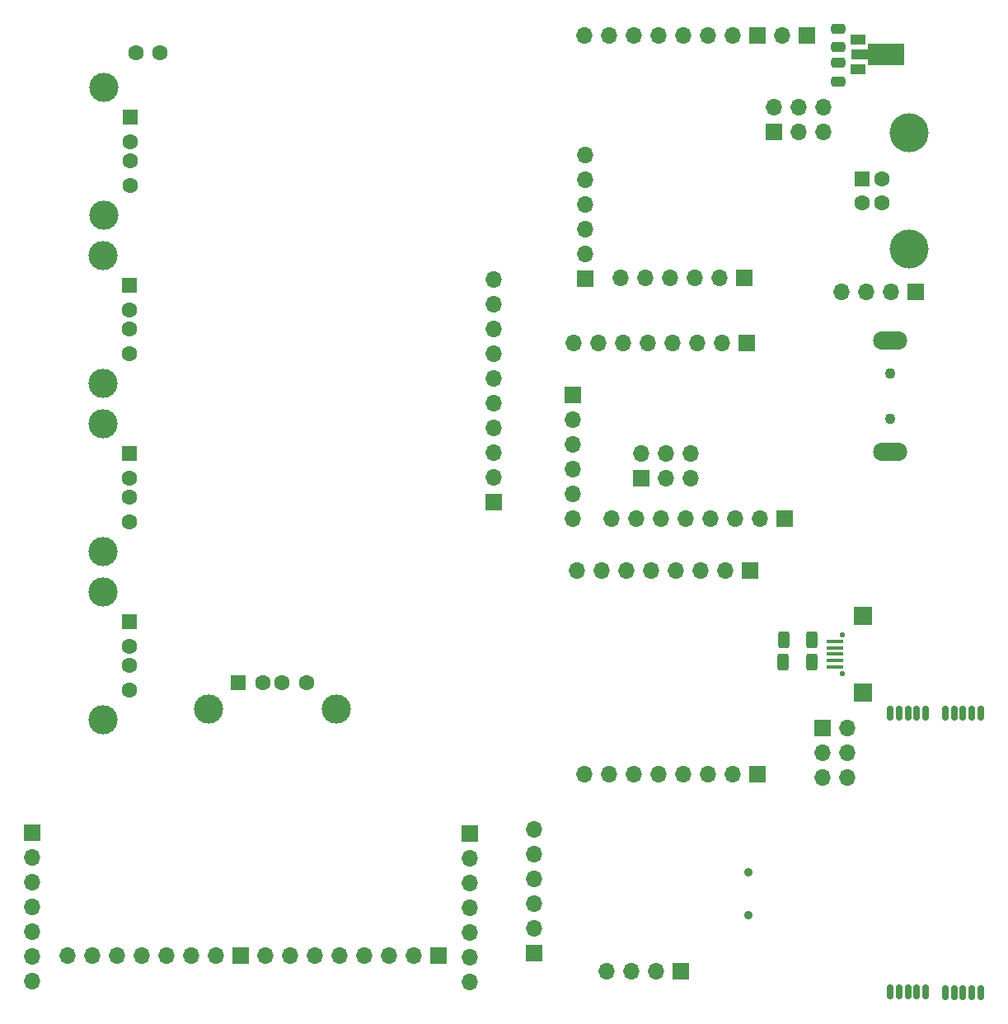
<source format=gbr>
%TF.GenerationSoftware,KiCad,Pcbnew,(6.0.5)*%
%TF.CreationDate,2023-06-16T09:56:31+03:00*%
%TF.ProjectId,JLC1,4a4c4331-2e6b-4696-9361-645f70636258,rev?*%
%TF.SameCoordinates,Original*%
%TF.FileFunction,Soldermask,Bot*%
%TF.FilePolarity,Negative*%
%FSLAX46Y46*%
G04 Gerber Fmt 4.6, Leading zero omitted, Abs format (unit mm)*
G04 Created by KiCad (PCBNEW (6.0.5)) date 2023-06-16 09:56:31*
%MOMM*%
%LPD*%
G01*
G04 APERTURE LIST*
G04 Aperture macros list*
%AMRoundRect*
0 Rectangle with rounded corners*
0 $1 Rounding radius*
0 $2 $3 $4 $5 $6 $7 $8 $9 X,Y pos of 4 corners*
0 Add a 4 corners polygon primitive as box body*
4,1,4,$2,$3,$4,$5,$6,$7,$8,$9,$2,$3,0*
0 Add four circle primitives for the rounded corners*
1,1,$1+$1,$2,$3*
1,1,$1+$1,$4,$5*
1,1,$1+$1,$6,$7*
1,1,$1+$1,$8,$9*
0 Add four rect primitives between the rounded corners*
20,1,$1+$1,$2,$3,$4,$5,0*
20,1,$1+$1,$4,$5,$6,$7,0*
20,1,$1+$1,$6,$7,$8,$9,0*
20,1,$1+$1,$8,$9,$2,$3,0*%
G04 Aperture macros list end*
%ADD10C,4.000000*%
%ADD11C,1.600000*%
%ADD12R,1.600000X1.600000*%
%ADD13O,1.700000X1.700000*%
%ADD14R,1.700000X1.700000*%
%ADD15C,3.000000*%
%ADD16R,1.500000X1.600000*%
%ADD17R,1.600000X1.500000*%
%ADD18C,0.900000*%
%ADD19O,3.500000X1.900000*%
%ADD20C,1.100000*%
%ADD21RoundRect,0.175000X-0.175000X-0.575000X0.175000X-0.575000X0.175000X0.575000X-0.175000X0.575000X0*%
%ADD22RoundRect,0.250000X0.475000X-0.250000X0.475000X0.250000X-0.475000X0.250000X-0.475000X-0.250000X0*%
%ADD23R,3.700000X2.200000*%
%ADD24R,1.500000X1.000000*%
%ADD25R,1.800000X1.000000*%
%ADD26RoundRect,0.250000X-0.312500X-0.625000X0.312500X-0.625000X0.312500X0.625000X-0.312500X0.625000X0*%
%ADD27R,1.900000X1.900000*%
%ADD28R,1.800000X0.400000*%
%ADD29C,0.550000*%
G04 APERTURE END LIST*
D10*
%TO.C,USB*%
X166868450Y-56111550D03*
X166868450Y-44111550D03*
D11*
X164008450Y-48861550D03*
X164008450Y-51361550D03*
X162008450Y-51361550D03*
D12*
X162008450Y-48861550D03*
%TD*%
D13*
%TO.C,REF\u002A\u002A*%
X121750000Y-131310000D03*
X121750000Y-128770000D03*
X121750000Y-126230000D03*
X121750000Y-123690000D03*
X121750000Y-121150000D03*
X121750000Y-118610000D03*
D14*
X121750000Y-116070000D03*
%TD*%
D13*
%TO.C,REF\u002A\u002A*%
X80435872Y-128656900D03*
X82975872Y-128656900D03*
X85515872Y-128656900D03*
X88055872Y-128656900D03*
X90595872Y-128656900D03*
X93135872Y-128656900D03*
X95675872Y-128656900D03*
D14*
X98215872Y-128656900D03*
%TD*%
D11*
%TO.C,22pF*%
X89900000Y-35950000D03*
X87400000Y-35950000D03*
%TD*%
D15*
%TO.C,USB1*%
X84025000Y-104415000D03*
X84025000Y-91275000D03*
D11*
X86735000Y-101345000D03*
X86735000Y-98845000D03*
X86735000Y-96845000D03*
D16*
X86735000Y-94345000D03*
%TD*%
D13*
%TO.C,REF\u002A\u002A*%
X132325000Y-83770000D03*
X132325000Y-81230000D03*
X132325000Y-78690000D03*
X132325000Y-76150000D03*
X132325000Y-73610000D03*
D14*
X132325000Y-71070000D03*
%TD*%
D13*
%TO.C,REF\u002A\u002A*%
X133478450Y-34161550D03*
X136018450Y-34161550D03*
X138558450Y-34161550D03*
X141098450Y-34161550D03*
X143638450Y-34161550D03*
X146178450Y-34161550D03*
X148718450Y-34161550D03*
D14*
X151258450Y-34161550D03*
%TD*%
D13*
%TO.C,REF\u002A\u002A*%
X135760000Y-130255000D03*
X138300000Y-130255000D03*
X140840000Y-130255000D03*
D14*
X143380000Y-130255000D03*
%TD*%
D13*
%TO.C,REF\u002A\u002A*%
X144375000Y-77045000D03*
X144375000Y-79585000D03*
X141835000Y-77045000D03*
X141835000Y-79585000D03*
X139295000Y-77045000D03*
D14*
X139295000Y-79585000D03*
%TD*%
D13*
%TO.C,REF\u002A\u002A*%
X137239850Y-59041050D03*
X139779850Y-59041050D03*
X142319850Y-59041050D03*
X144859850Y-59041050D03*
X147399850Y-59041050D03*
D14*
X149939850Y-59041050D03*
%TD*%
D13*
%TO.C,REF\u002A\u002A*%
X136245000Y-83745000D03*
X138785000Y-83745000D03*
X141325000Y-83745000D03*
X143865000Y-83745000D03*
X146405000Y-83745000D03*
X148945000Y-83745000D03*
X151485000Y-83745000D03*
D14*
X154025000Y-83745000D03*
%TD*%
D13*
%TO.C,REF\u002A\u002A*%
X158007450Y-41476050D03*
X158007450Y-44016050D03*
X155467450Y-41476050D03*
X155467450Y-44016050D03*
X152927450Y-41476050D03*
D14*
X152927450Y-44016050D03*
%TD*%
D16*
%TO.C,USB2*%
X86760000Y-77095000D03*
D11*
X86760000Y-79595000D03*
X86760000Y-81595000D03*
X86760000Y-84095000D03*
D15*
X84050000Y-74025000D03*
X84050000Y-87165000D03*
%TD*%
D13*
%TO.C,REF\u002A\u002A*%
X100735872Y-128656900D03*
X103275872Y-128656900D03*
X105815872Y-128656900D03*
X108355872Y-128656900D03*
X110895872Y-128656900D03*
X113435872Y-128656900D03*
X115975872Y-128656900D03*
D14*
X118515872Y-128656900D03*
%TD*%
D13*
%TO.C,REF\u002A\u002A*%
X133533450Y-46386550D03*
X133533450Y-48926550D03*
X133533450Y-51466550D03*
X133533450Y-54006550D03*
X133533450Y-56546550D03*
D14*
X133533450Y-59086550D03*
%TD*%
D15*
%TO.C,USB_0*%
X107995000Y-103325000D03*
X94855000Y-103325000D03*
D11*
X104925000Y-100615000D03*
X102425000Y-100615000D03*
X100425000Y-100615000D03*
D17*
X97925000Y-100615000D03*
%TD*%
D13*
%TO.C,REF\u002A\u002A*%
X132710000Y-89080000D03*
X135250000Y-89080000D03*
X137790000Y-89080000D03*
X140330000Y-89080000D03*
X142870000Y-89080000D03*
X145410000Y-89080000D03*
X147950000Y-89080000D03*
D14*
X150490000Y-89080000D03*
%TD*%
D13*
%TO.C,REF\u002A\u002A*%
X76770000Y-131296900D03*
X76770000Y-128756900D03*
X76770000Y-126216900D03*
X76770000Y-123676900D03*
X76770000Y-121136900D03*
X76770000Y-118596900D03*
D14*
X76770000Y-116056900D03*
%TD*%
D13*
%TO.C,REF\u002A\u002A*%
X159873450Y-60511550D03*
X162413450Y-60511550D03*
X164953450Y-60511550D03*
D14*
X167493450Y-60511550D03*
%TD*%
D13*
%TO.C,-BAT+*%
X153818450Y-34161550D03*
D14*
X156358450Y-34161550D03*
%TD*%
D18*
%TO.C,USB*%
X150352500Y-120105000D03*
X150352500Y-124505000D03*
%TD*%
D13*
%TO.C,REF\u002A\u002A*%
X128302500Y-115670000D03*
X128302500Y-118210000D03*
X128302500Y-120750000D03*
X128302500Y-123290000D03*
X128302500Y-125830000D03*
D14*
X128302500Y-128370000D03*
%TD*%
D13*
%TO.C,REF\u002A\u002A*%
X160480000Y-110385000D03*
X157940000Y-110385000D03*
X160480000Y-107845000D03*
X157940000Y-107845000D03*
X160480000Y-105305000D03*
D14*
X157940000Y-105305000D03*
%TD*%
D13*
%TO.C,REF\u002A\u002A*%
X132370000Y-65745000D03*
X134910000Y-65745000D03*
X137450000Y-65745000D03*
X139990000Y-65745000D03*
X142530000Y-65745000D03*
X145070000Y-65745000D03*
X147610000Y-65745000D03*
D14*
X150150000Y-65745000D03*
%TD*%
D15*
%TO.C,USB3*%
X84075000Y-56730000D03*
X84075000Y-69870000D03*
D11*
X86785000Y-66800000D03*
X86785000Y-64300000D03*
X86785000Y-62300000D03*
D16*
X86785000Y-59800000D03*
%TD*%
D19*
%TO.C,USB_0*%
X164875000Y-76895000D03*
X164875000Y-65495000D03*
D20*
X164875000Y-73495000D03*
X164875000Y-68895000D03*
%TD*%
D15*
%TO.C,USB4*%
X84100000Y-52620000D03*
X84100000Y-39480000D03*
D11*
X86810000Y-49550000D03*
X86810000Y-47050000D03*
X86810000Y-45050000D03*
D16*
X86810000Y-42550000D03*
%TD*%
D13*
%TO.C,REF\u002A\u002A*%
X133460000Y-110030000D03*
X136000000Y-110030000D03*
X138540000Y-110030000D03*
X141080000Y-110030000D03*
X143620000Y-110030000D03*
X146160000Y-110030000D03*
X148700000Y-110030000D03*
D14*
X151240000Y-110030000D03*
%TD*%
D21*
%TO.C,*%
X173275000Y-103732500D03*
%TD*%
%TO.C,*%
X166725000Y-132395000D03*
%TD*%
%TO.C,*%
X164925000Y-103720000D03*
%TD*%
%TO.C,*%
X172375000Y-132407500D03*
%TD*%
%TO.C,*%
X167625000Y-103720000D03*
%TD*%
%TO.C,*%
X174175000Y-103732500D03*
%TD*%
%TO.C,*%
X168525000Y-103720000D03*
%TD*%
D22*
%TO.C,100uF*%
X159568450Y-33461550D03*
X159568450Y-35361550D03*
%TD*%
%TO.C,100uF*%
X159568450Y-36961550D03*
X159568450Y-38861550D03*
%TD*%
D21*
%TO.C,*%
X171475000Y-132407500D03*
%TD*%
%TO.C,*%
X166725000Y-103720000D03*
%TD*%
%TO.C,*%
X165825000Y-103720000D03*
%TD*%
%TO.C,*%
X170575000Y-103732500D03*
%TD*%
D13*
%TO.C,REF\u002A\u002A*%
X124191250Y-59185000D03*
X124191250Y-61725000D03*
X124191250Y-64265000D03*
X124191250Y-66805000D03*
X124191250Y-69345000D03*
X124191250Y-71885000D03*
X124191250Y-74425000D03*
X124191250Y-76965000D03*
X124191250Y-79505000D03*
D14*
X124191250Y-82045000D03*
%TD*%
D21*
%TO.C,*%
X168525000Y-132395000D03*
%TD*%
%TO.C,*%
X172375000Y-103732500D03*
%TD*%
D23*
%TO.C,78L05*%
X164507690Y-36095000D03*
D24*
X161607690Y-34595000D03*
D25*
X161757690Y-36095000D03*
D24*
X161607690Y-37595000D03*
%TD*%
D21*
%TO.C,*%
X164925000Y-132395000D03*
%TD*%
%TO.C,*%
X170575000Y-132407500D03*
%TD*%
%TO.C,*%
X173275000Y-132407500D03*
%TD*%
%TO.C,*%
X174175000Y-132407500D03*
%TD*%
%TO.C,*%
X165825000Y-132395000D03*
%TD*%
D26*
%TO.C,22R*%
X156877500Y-96230000D03*
X153952500Y-96230000D03*
%TD*%
D27*
%TO.C,REF\u002A\u002A*%
X162115000Y-93730000D03*
X162115000Y-101630000D03*
D28*
X159215000Y-98980000D03*
X159215000Y-98330000D03*
X159215000Y-97680000D03*
X159215000Y-97030000D03*
X159215000Y-96380000D03*
D29*
X159965000Y-99680000D03*
X159965000Y-95680000D03*
%TD*%
D21*
%TO.C,*%
X167625000Y-132395000D03*
%TD*%
%TO.C,*%
X171475000Y-103732500D03*
%TD*%
D26*
%TO.C,22R*%
X156852500Y-98530000D03*
X153927500Y-98530000D03*
%TD*%
M02*

</source>
